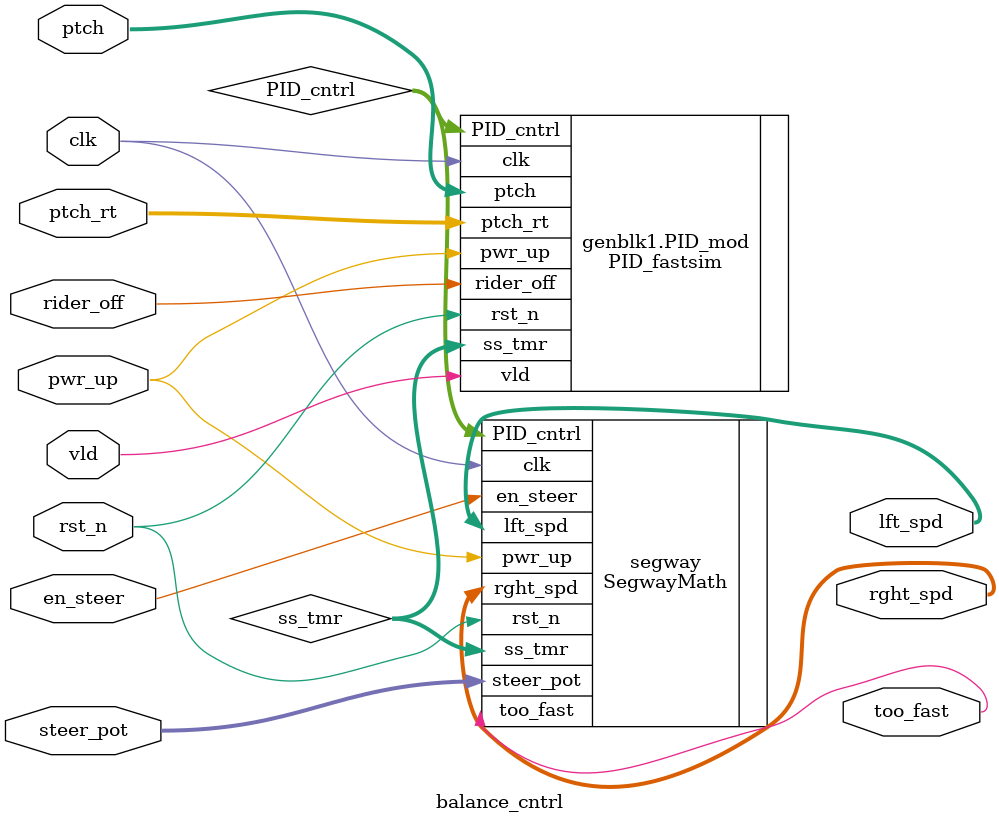
<source format=sv>
module balance_cntrl #(
    parameter fast_sim = 1
) (
    input logic clk,
    input logic rst_n,
    input logic vld,
    input logic [15:0] ptch,
    input logic [15:0] ptch_rt,
    input logic pwr_up,
    input logic rider_off,
    input logic [11:0] steer_pot,
    input logic en_steer,
    output logic [11:0] lft_spd,
    output logic [11:0] rght_spd,
    output logic too_fast
);

    logic [11:0] PID_cntrl;
    logic [7:0]  ss_tmr;
    
    // Instatiation of Segway Math 
    SegwayMath segway (.clk(clk), .rst_n(rst_n), .PID_cntrl(PID_cntrl), .ss_tmr(ss_tmr), .steer_pot(steer_pot), .en_steer(en_steer),
                        .pwr_up(pwr_up), .lft_spd(lft_spd), .rght_spd(rght_spd), .too_fast(too_fast));
    
    // Instatiation of PID ---> Conditional 
    generate
        if (fast_sim)
            PID_fastsim PID_mod(.clk(clk), .rst_n(rst_n), .vld(vld), .pwr_up(pwr_up), .rider_off(rider_off),
                            .ptch(ptch), .ptch_rt(ptch_rt), .ss_tmr(ss_tmr), .PID_cntrl(PID_cntrl));
        
        else 
            PID PID_mod(.clk(clk), .rst_n(rst_n), .vld(vld), .pwr_up(pwr_up), .rider_off(rider_off),
                            .ptch(ptch), .ptch_rt(ptch_rt), .ss_tmr(ss_tmr), .PID_cntrl(PID_cntrl));
    endgenerate

    // PID_Sayali #(.fast_sim(fast_sim)) PID_mod(.clk(clk), .rst_n(rst_n), .vld(vld), .pwr_up(pwr_up), .rider_off(rider_off),
    //                          .ptch(ptch), .ptch_rt(ptch_rt), .ss_tmr(ss_tmr), .PID_cntrl(PID_cntrl));
    
endmodule

</source>
